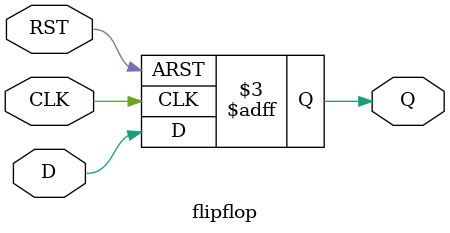
<source format=v>
/******************************************************
 * $Workfile::                                       
 * $Author::                                         
 * $Date::                                           
 * $Revision::                                       
 *
 *
 * This header files defines the input/output
******************************************************/
`timescale 1 ns / 10 ps

module flipflop
  (
   output reg                  Q,
   input  wire                 CLK,

   input  wire                 RST,
   input  wire                 D
   );




   //-----------------------------------------------
   // Set the Output equal to the input
   //-----------------------------------------------
   always @(posedge CLK or negedge RST)
    begin
	    if (!RST)
	        #2 Q <= 0;
	    else
	        Q <= #10 D;
    end 


endmodule 


</source>
